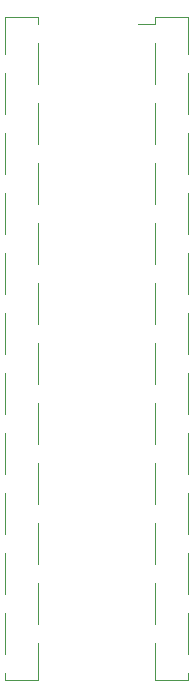
<source format=gbo>
G04 #@! TF.GenerationSoftware,KiCad,Pcbnew,9.0.6*
G04 #@! TF.CreationDate,2026-01-08T21:28:12-06:00*
G04 #@! TF.ProjectId,QFN-40_5x5_P0.4,51464e2d-3430-45f3-9578-355f50302e34,rev?*
G04 #@! TF.SameCoordinates,Original*
G04 #@! TF.FileFunction,Legend,Bot*
G04 #@! TF.FilePolarity,Positive*
%FSLAX46Y46*%
G04 Gerber Fmt 4.6, Leading zero omitted, Abs format (unit mm)*
G04 Created by KiCad (PCBNEW 9.0.6) date 2026-01-08 21:28:12*
%MOMM*%
%LPD*%
G01*
G04 APERTURE LIST*
%ADD10C,0.120000*%
%ADD11R,2.510000X1.000000*%
%ADD12C,1.700000*%
%ADD13R,1.700000X1.700000*%
G04 APERTURE END LIST*
D10*
X131174000Y-81424000D02*
X131174000Y-81994000D01*
X131174000Y-81424000D02*
X128414000Y-81424000D01*
X131174000Y-83614000D02*
X131174000Y-87074000D01*
X131174000Y-88694000D02*
X131174000Y-92154000D01*
X131174000Y-93774000D02*
X131174000Y-97234000D01*
X131174000Y-98854000D02*
X131174000Y-102314000D01*
X131174000Y-103934000D02*
X131174000Y-107394000D01*
X131174000Y-109014000D02*
X131174000Y-112474000D01*
X131174000Y-114094000D02*
X131174000Y-117554000D01*
X131174000Y-119174000D02*
X131174000Y-122634000D01*
X131174000Y-124254000D02*
X131174000Y-127714000D01*
X131174000Y-129334000D02*
X131174000Y-132794000D01*
X131174000Y-134414000D02*
X131174000Y-137524000D01*
X131174000Y-137524000D02*
X128414000Y-137524000D01*
X128414000Y-81424000D02*
X128414000Y-84534000D01*
X128414000Y-86154000D02*
X128414000Y-89614000D01*
X128414000Y-91234000D02*
X128414000Y-94694000D01*
X128414000Y-96314000D02*
X128414000Y-99774000D01*
X128414000Y-101394000D02*
X128414000Y-104854000D01*
X128414000Y-106474000D02*
X128414000Y-109934000D01*
X128414000Y-111554000D02*
X128414000Y-115014000D01*
X128414000Y-116634000D02*
X128414000Y-120094000D01*
X128414000Y-121714000D02*
X128414000Y-125174000D01*
X128414000Y-126794000D02*
X128414000Y-130254000D01*
X128414000Y-131874000D02*
X128414000Y-135334000D01*
X128414000Y-136954000D02*
X128414000Y-137524000D01*
X143874000Y-81424000D02*
X143874000Y-84534000D01*
X143874000Y-81424000D02*
X141114000Y-81424000D01*
X143874000Y-81994000D02*
X143874000Y-84534000D01*
X143874000Y-86154000D02*
X143874000Y-89614000D01*
X143874000Y-91234000D02*
X143874000Y-94694000D01*
X143874000Y-96314000D02*
X143874000Y-99774000D01*
X143874000Y-101394000D02*
X143874000Y-104854000D01*
X143874000Y-106474000D02*
X143874000Y-109934000D01*
X143874000Y-111554000D02*
X143874000Y-115014000D01*
X143874000Y-116634000D02*
X143874000Y-120094000D01*
X143874000Y-121714000D02*
X143874000Y-125174000D01*
X143874000Y-126794000D02*
X143874000Y-130254000D01*
X143874000Y-131874000D02*
X143874000Y-135334000D01*
X143874000Y-136954000D02*
X143874000Y-137524000D01*
X143874000Y-137524000D02*
X141114000Y-137524000D01*
X141114000Y-81424000D02*
X141114000Y-81994000D01*
X141114000Y-81994000D02*
X139644000Y-81994000D01*
X141114000Y-83614000D02*
X141114000Y-87074000D01*
X141114000Y-88694000D02*
X141114000Y-92154000D01*
X141114000Y-93774000D02*
X141114000Y-97234000D01*
X141114000Y-98854000D02*
X141114000Y-102314000D01*
X141114000Y-103934000D02*
X141114000Y-107394000D01*
X141114000Y-109014000D02*
X141114000Y-112474000D01*
X141114000Y-114094000D02*
X141114000Y-117554000D01*
X141114000Y-119174000D02*
X141114000Y-122634000D01*
X141114000Y-124254000D02*
X141114000Y-127714000D01*
X141114000Y-129334000D02*
X141114000Y-132794000D01*
X141114000Y-134414000D02*
X141114000Y-137524000D01*
%LPC*%
D11*
X131449000Y-108204000D03*
X131449000Y-82804000D03*
X128139000Y-85344000D03*
X131449000Y-87884000D03*
X128139000Y-90424000D03*
X131449000Y-92964000D03*
X128139000Y-95504000D03*
X131449000Y-98044000D03*
X128139000Y-100584000D03*
X131449000Y-103124000D03*
X128139000Y-105664000D03*
X128139000Y-110744000D03*
X131449000Y-113284000D03*
X128139000Y-115824000D03*
X131449000Y-118364000D03*
X128139000Y-120904000D03*
X131449000Y-123444000D03*
X128139000Y-125984000D03*
X131449000Y-128524000D03*
X128139000Y-131064000D03*
X131449000Y-133604000D03*
X128139000Y-136144000D03*
D12*
X147574000Y-82804000D03*
X147574000Y-85344000D03*
X147574000Y-87884000D03*
X147574000Y-90424000D03*
X147574000Y-92964000D03*
X147574000Y-95504000D03*
X147574000Y-98044000D03*
X147574000Y-100584000D03*
X147574000Y-103124000D03*
X147574000Y-105664000D03*
X147574000Y-108204000D03*
X147574000Y-110744000D03*
X147574000Y-113284000D03*
X147574000Y-115824000D03*
X147574000Y-118364000D03*
X147574000Y-120904000D03*
X147574000Y-123444000D03*
X147574000Y-125984000D03*
X147574000Y-128524000D03*
X147574000Y-131064000D03*
X147574000Y-133604000D03*
X147574000Y-136144000D03*
X124714000Y-82804000D03*
D13*
X124714000Y-85344000D03*
D12*
X124714000Y-87884000D03*
X124714000Y-90424000D03*
X124714000Y-92964000D03*
X124714000Y-95504000D03*
X124714000Y-98044000D03*
X124714000Y-100584000D03*
X124714000Y-103124000D03*
X124714000Y-105664000D03*
X124714000Y-108204000D03*
X124714000Y-110744000D03*
X124714000Y-113284000D03*
X124714000Y-115824000D03*
X124714000Y-118364000D03*
X124714000Y-120904000D03*
X124714000Y-123444000D03*
X124714000Y-125984000D03*
X124714000Y-128524000D03*
X124714000Y-131064000D03*
X124714000Y-133604000D03*
X124714000Y-136144000D03*
D11*
X140839000Y-82804000D03*
X144149000Y-85344000D03*
X140839000Y-87884000D03*
X144149000Y-90424000D03*
X140839000Y-92964000D03*
X144149000Y-95504000D03*
X140839000Y-98044000D03*
X144149000Y-100584000D03*
X140839000Y-103124000D03*
X144149000Y-105664000D03*
X140839000Y-108204000D03*
X144149000Y-110744000D03*
X140839000Y-113284000D03*
X144149000Y-115824000D03*
X140839000Y-118364000D03*
X144149000Y-120904000D03*
X140839000Y-123444000D03*
X144149000Y-125984000D03*
X140839000Y-128524000D03*
X144149000Y-131064000D03*
X140839000Y-133604000D03*
X144149000Y-136144000D03*
%LPD*%
M02*

</source>
